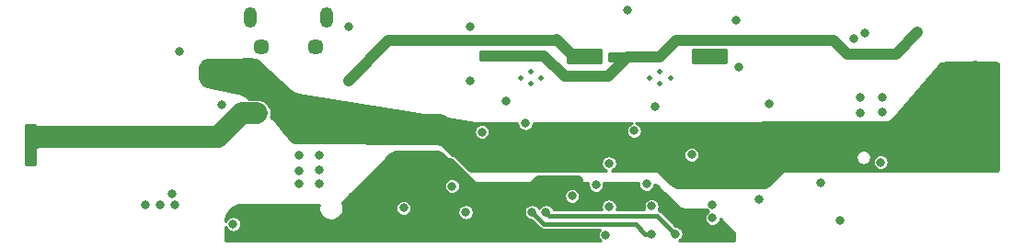
<source format=gbr>
G04 #@! TF.GenerationSoftware,KiCad,Pcbnew,(5.1.5)-3*
G04 #@! TF.CreationDate,2021-05-18T14:06:46+02:00*
G04 #@! TF.ProjectId,18650_UPS_PCB,31383635-305f-4555-9053-5f5043422e6b,rev?*
G04 #@! TF.SameCoordinates,Original*
G04 #@! TF.FileFunction,Copper,L3,Inr*
G04 #@! TF.FilePolarity,Positive*
%FSLAX46Y46*%
G04 Gerber Fmt 4.6, Leading zero omitted, Abs format (unit mm)*
G04 Created by KiCad (PCBNEW (5.1.5)-3) date 2021-05-18 14:06:46*
%MOMM*%
%LPD*%
G04 APERTURE LIST*
%ADD10O,1.200000X1.900000*%
%ADD11C,1.450000*%
%ADD12C,0.500000*%
%ADD13C,0.800000*%
%ADD14C,2.000000*%
%ADD15C,1.000000*%
%ADD16C,0.700000*%
%ADD17C,0.400000*%
%ADD18C,0.254000*%
G04 APERTURE END LIST*
D10*
X141810000Y-75447500D03*
X148810000Y-75447500D03*
D11*
X142810000Y-78147500D03*
X147810000Y-78147500D03*
D12*
X166650000Y-81000000D03*
X167600000Y-80425000D03*
X167600000Y-81575000D03*
X168550000Y-81000000D03*
X180450000Y-81000000D03*
X179500000Y-81575000D03*
X179500000Y-80425000D03*
X178550000Y-81000000D03*
D13*
X138200000Y-80200000D03*
X139800000Y-80200000D03*
X141300000Y-80200000D03*
X206610000Y-80485000D03*
X208510000Y-80485000D03*
X209510000Y-80485000D03*
X198325000Y-76925000D03*
X135300000Y-78600000D03*
X139200000Y-83500000D03*
X175400000Y-79100000D03*
X176500000Y-79100000D03*
X163300000Y-79000000D03*
X164500000Y-79000000D03*
X121500000Y-85900000D03*
X121500000Y-87100000D03*
X121500000Y-88400000D03*
X203200000Y-76825000D03*
X141000000Y-84300000D03*
X142400000Y-84300000D03*
X197912000Y-82785000D03*
X199944000Y-82785000D03*
X197910000Y-84285000D03*
X184310000Y-92685000D03*
X188600000Y-92200000D03*
X162010000Y-76285000D03*
X150810000Y-76285000D03*
X199910000Y-84185000D03*
X134600000Y-91700000D03*
X140200000Y-94500000D03*
X174800000Y-88900000D03*
X171400000Y-91900000D03*
X177100000Y-85900000D03*
X176500000Y-74810000D03*
X186500000Y-75700000D03*
X132100000Y-92700000D03*
X165300000Y-83200000D03*
X167100000Y-85200000D03*
X183100000Y-79000000D03*
X184200000Y-79000000D03*
X185200000Y-79000000D03*
X172510000Y-91885000D03*
X184110000Y-95085000D03*
X162010000Y-81285000D03*
X141600000Y-95200000D03*
X164500000Y-93800000D03*
X156500000Y-88900000D03*
X197300000Y-77400000D03*
X169100000Y-91000000D03*
X171500000Y-79000000D03*
X172500000Y-79000000D03*
X173600000Y-79000000D03*
X150810000Y-81285000D03*
X178250000Y-90800000D03*
X189500000Y-83400000D03*
X194310000Y-90685000D03*
X174800000Y-92900000D03*
X199800000Y-88800000D03*
X178706373Y-92850010D03*
X182400000Y-88100000D03*
X186700000Y-80000000D03*
X184310000Y-93935000D03*
X196060000Y-94185000D03*
X134800000Y-92700000D03*
X155900000Y-93000000D03*
X173600000Y-90900000D03*
X133500000Y-92700000D03*
X160350000Y-91000000D03*
X163100000Y-86000000D03*
X161600000Y-93400000D03*
X146310000Y-88185000D03*
X148110000Y-88185000D03*
X148110000Y-89485000D03*
X146310000Y-89585000D03*
X146310000Y-90785000D03*
X148110000Y-90785000D03*
X174500000Y-95500000D03*
X179000000Y-83700000D03*
X180900000Y-95400000D03*
X169000000Y-93400000D03*
X178700000Y-95400000D03*
X167700000Y-93400000D03*
D14*
X141865685Y-80200000D02*
X146997684Y-85331999D01*
X141300000Y-80200000D02*
X141865685Y-80200000D01*
X162031998Y-88100000D02*
X172300000Y-88100000D01*
X202228504Y-86766496D02*
X208110001Y-80884999D01*
X179300000Y-88400000D02*
X181200000Y-90300000D01*
X181200000Y-90300000D02*
X189000000Y-90300000D01*
X192533504Y-86766496D02*
X202228504Y-86766496D01*
X208110001Y-80884999D02*
X208510000Y-80485000D01*
X146997684Y-85331999D02*
X159263997Y-85331999D01*
X189000000Y-90300000D02*
X192533504Y-86766496D01*
X172300000Y-88100000D02*
X173400000Y-87000000D01*
X176900000Y-88400000D02*
X179300000Y-88400000D01*
X175500000Y-87000000D02*
X176900000Y-88400000D01*
X173400000Y-87000000D02*
X175500000Y-87000000D01*
X159263997Y-85331999D02*
X162031998Y-88100000D01*
D15*
X164500000Y-79000000D02*
X168800000Y-79000000D01*
X168800000Y-79000000D02*
X170700000Y-80900000D01*
X174700000Y-80900000D02*
X176500000Y-79100000D01*
X170700000Y-80900000D02*
X174700000Y-80900000D01*
X179500000Y-79100000D02*
X181000000Y-77600000D01*
X201225000Y-78800000D02*
X203200000Y-76825000D01*
X176500000Y-79100000D02*
X179500000Y-79100000D01*
X196700000Y-78800000D02*
X201225000Y-78800000D01*
X181000000Y-77600000D02*
X195500000Y-77600000D01*
X195500000Y-77600000D02*
X196700000Y-78800000D01*
D14*
X141000000Y-84300000D02*
X138800000Y-86500000D01*
X122100000Y-86500000D02*
X122035010Y-86564990D01*
X138800000Y-86500000D02*
X122100000Y-86500000D01*
X141000000Y-84300000D02*
X142400000Y-84300000D01*
D15*
X151200000Y-95200000D02*
X141600000Y-95200000D01*
X151800000Y-94600000D02*
X151200000Y-95200000D01*
X156500000Y-88900000D02*
X155934315Y-88900000D01*
X151800000Y-93034315D02*
X151800000Y-94600000D01*
X155934315Y-88900000D02*
X151800000Y-93034315D01*
X164500000Y-93800000D02*
X165100000Y-93800000D01*
X165100000Y-93800000D02*
X168000000Y-90900000D01*
X168000000Y-90900000D02*
X168400000Y-90500000D01*
X168400000Y-90500000D02*
X171900000Y-90500000D01*
D16*
X172510000Y-91319315D02*
X172510000Y-91885000D01*
X172510000Y-91110000D02*
X172510000Y-91319315D01*
X171900000Y-90500000D02*
X172510000Y-91110000D01*
X183085000Y-95085000D02*
X184110000Y-95085000D01*
X172909999Y-92284999D02*
X173715001Y-92284999D01*
X174100000Y-91900000D02*
X179900000Y-91900000D01*
X172510000Y-91885000D02*
X172909999Y-92284999D01*
X173715001Y-92284999D02*
X174100000Y-91900000D01*
X179900000Y-91900000D02*
X183085000Y-95085000D01*
D15*
X171500000Y-79000000D02*
X170000000Y-77500000D01*
X170000000Y-77500000D02*
X169900000Y-77600000D01*
X154495000Y-77600000D02*
X150810000Y-81285000D01*
X169900000Y-77600000D02*
X154495000Y-77600000D01*
X164500000Y-93234315D02*
X164500000Y-93800000D01*
X156500000Y-88900000D02*
X160165685Y-88900000D01*
X160165685Y-88900000D02*
X164500000Y-93234315D01*
D17*
X180900000Y-95400000D02*
X179800000Y-94300000D01*
X179800000Y-94300000D02*
X179200000Y-93700000D01*
X179200000Y-93700000D02*
X169300000Y-93700000D01*
X169300000Y-93700000D02*
X169000000Y-93400000D01*
X178134315Y-95400000D02*
X177234315Y-94500000D01*
X178700000Y-95400000D02*
X178134315Y-95400000D01*
X177234315Y-94500000D02*
X168800000Y-94500000D01*
X168800000Y-94500000D02*
X167700000Y-93400000D01*
D18*
G36*
X121973000Y-88973000D02*
G01*
X121127000Y-88973000D01*
X121127000Y-85327000D01*
X121973000Y-85327000D01*
X121973000Y-88973000D01*
G37*
X121973000Y-88973000D02*
X121127000Y-88973000D01*
X121127000Y-85327000D01*
X121973000Y-85327000D01*
X121973000Y-88973000D01*
G36*
X164973000Y-79373000D02*
G01*
X162927000Y-79373000D01*
X162927000Y-78627000D01*
X164973000Y-78627000D01*
X164973000Y-79373000D01*
G37*
X164973000Y-79373000D02*
X162927000Y-79373000D01*
X162927000Y-78627000D01*
X164973000Y-78627000D01*
X164973000Y-79373000D01*
G36*
X174073000Y-79573000D02*
G01*
X171027000Y-79573000D01*
X171027000Y-78427000D01*
X174073000Y-78427000D01*
X174073000Y-79573000D01*
G37*
X174073000Y-79573000D02*
X171027000Y-79573000D01*
X171027000Y-78427000D01*
X174073000Y-78427000D01*
X174073000Y-79573000D01*
G36*
X177073000Y-79473000D02*
G01*
X174827000Y-79473000D01*
X174827000Y-78727000D01*
X177073000Y-78727000D01*
X177073000Y-79473000D01*
G37*
X177073000Y-79473000D02*
X174827000Y-79473000D01*
X174827000Y-78727000D01*
X177073000Y-78727000D01*
X177073000Y-79473000D01*
G36*
X185573000Y-79573000D02*
G01*
X182527000Y-79573000D01*
X182527000Y-78427000D01*
X185573000Y-78427000D01*
X185573000Y-79573000D01*
G37*
X185573000Y-79573000D02*
X182527000Y-79573000D01*
X182527000Y-78427000D01*
X185573000Y-78427000D01*
X185573000Y-79573000D01*
G36*
X210073000Y-81073000D02*
G01*
X206227000Y-81073000D01*
X206227000Y-79927000D01*
X210073000Y-79927000D01*
X210073000Y-81073000D01*
G37*
X210073000Y-81073000D02*
X206227000Y-81073000D01*
X206227000Y-79927000D01*
X210073000Y-79927000D01*
X210073000Y-81073000D01*
G36*
X141873000Y-80873000D02*
G01*
X137527000Y-80873000D01*
X137527000Y-79527000D01*
X141873000Y-79527000D01*
X141873000Y-80873000D01*
G37*
X141873000Y-80873000D02*
X137527000Y-80873000D01*
X137527000Y-79527000D01*
X141873000Y-79527000D01*
X141873000Y-80873000D01*
G36*
X159055976Y-87844376D02*
G01*
X159219637Y-87894022D01*
X159370458Y-87974637D01*
X159507496Y-88087102D01*
X161817304Y-90396910D01*
X161826539Y-90405279D01*
X161978075Y-90529642D01*
X161998776Y-90543474D01*
X162171663Y-90635884D01*
X162194664Y-90645412D01*
X162382257Y-90702317D01*
X162406675Y-90707173D01*
X162601766Y-90726388D01*
X162614214Y-90727000D01*
X172893169Y-90727000D01*
X172873000Y-90828397D01*
X172873000Y-90971603D01*
X172900938Y-91112058D01*
X172955741Y-91244364D01*
X173035302Y-91363436D01*
X173136564Y-91464698D01*
X173255636Y-91544259D01*
X173387942Y-91599062D01*
X173528397Y-91627000D01*
X173671603Y-91627000D01*
X173812058Y-91599062D01*
X173944364Y-91544259D01*
X174063436Y-91464698D01*
X174164698Y-91363436D01*
X174244259Y-91244364D01*
X174299062Y-91112058D01*
X174327000Y-90971603D01*
X174327000Y-90828397D01*
X174306831Y-90727000D01*
X177523278Y-90727000D01*
X177523000Y-90728397D01*
X177523000Y-90871603D01*
X177550938Y-91012058D01*
X177605741Y-91144364D01*
X177685302Y-91263436D01*
X177786564Y-91364698D01*
X177905636Y-91444259D01*
X178037942Y-91499062D01*
X178178397Y-91527000D01*
X178321603Y-91527000D01*
X178462058Y-91499062D01*
X178594364Y-91444259D01*
X178713436Y-91364698D01*
X178814698Y-91263436D01*
X178894259Y-91144364D01*
X178949062Y-91012058D01*
X178977000Y-90871603D01*
X178977000Y-90824683D01*
X179070458Y-90874637D01*
X179207496Y-90987102D01*
X181017304Y-92796910D01*
X181026539Y-92805279D01*
X181178075Y-92929642D01*
X181198776Y-92943474D01*
X181371663Y-93035884D01*
X181394664Y-93045412D01*
X181582257Y-93102317D01*
X181606675Y-93107173D01*
X181801766Y-93126388D01*
X181814214Y-93127000D01*
X183730979Y-93127000D01*
X183745302Y-93148436D01*
X183846564Y-93249698D01*
X183936813Y-93310000D01*
X183846564Y-93370302D01*
X183745302Y-93471564D01*
X183665741Y-93590636D01*
X183610938Y-93722942D01*
X183583000Y-93863397D01*
X183583000Y-94006603D01*
X183610938Y-94147058D01*
X183665741Y-94279364D01*
X183745302Y-94398436D01*
X183846564Y-94499698D01*
X183965636Y-94579259D01*
X184097942Y-94634062D01*
X184238397Y-94662000D01*
X184381603Y-94662000D01*
X184522058Y-94634062D01*
X184654364Y-94579259D01*
X184773436Y-94499698D01*
X184874698Y-94398436D01*
X184954259Y-94279364D01*
X185009062Y-94147058D01*
X185035340Y-94014946D01*
X186098684Y-95078290D01*
X186211148Y-95215328D01*
X186291766Y-95366154D01*
X186341409Y-95529801D01*
X186358171Y-95700000D01*
X186341409Y-95870199D01*
X186292023Y-96033000D01*
X181261214Y-96033000D01*
X181363436Y-95964698D01*
X181464698Y-95863436D01*
X181544259Y-95744364D01*
X181599062Y-95612058D01*
X181627000Y-95471603D01*
X181627000Y-95328397D01*
X181599062Y-95187942D01*
X181544259Y-95055636D01*
X181464698Y-94936564D01*
X181363436Y-94835302D01*
X181244364Y-94755741D01*
X181112058Y-94700938D01*
X180971603Y-94673000D01*
X180918290Y-94673000D01*
X180190949Y-93945660D01*
X180190945Y-93945655D01*
X179590955Y-93345666D01*
X179574448Y-93325552D01*
X179494202Y-93259696D01*
X179402650Y-93210761D01*
X179350295Y-93194879D01*
X179350632Y-93194374D01*
X179405435Y-93062068D01*
X179433373Y-92921613D01*
X179433373Y-92778407D01*
X179405435Y-92637952D01*
X179350632Y-92505646D01*
X179271071Y-92386574D01*
X179169809Y-92285312D01*
X179050737Y-92205751D01*
X178918431Y-92150948D01*
X178777976Y-92123010D01*
X178634770Y-92123010D01*
X178494315Y-92150948D01*
X178362009Y-92205751D01*
X178242937Y-92285312D01*
X178141675Y-92386574D01*
X178062114Y-92505646D01*
X178007311Y-92637952D01*
X177979373Y-92778407D01*
X177979373Y-92921613D01*
X178007311Y-93062068D01*
X178053261Y-93173000D01*
X175473819Y-93173000D01*
X175499062Y-93112058D01*
X175527000Y-92971603D01*
X175527000Y-92828397D01*
X175499062Y-92687942D01*
X175444259Y-92555636D01*
X175364698Y-92436564D01*
X175263436Y-92335302D01*
X175144364Y-92255741D01*
X175012058Y-92200938D01*
X174871603Y-92173000D01*
X174728397Y-92173000D01*
X174587942Y-92200938D01*
X174455636Y-92255741D01*
X174336564Y-92335302D01*
X174235302Y-92436564D01*
X174155741Y-92555636D01*
X174100938Y-92687942D01*
X174073000Y-92828397D01*
X174073000Y-92971603D01*
X174100938Y-93112058D01*
X174126181Y-93173000D01*
X169692873Y-93173000D01*
X169644259Y-93055636D01*
X169564698Y-92936564D01*
X169463436Y-92835302D01*
X169344364Y-92755741D01*
X169212058Y-92700938D01*
X169071603Y-92673000D01*
X168928397Y-92673000D01*
X168787942Y-92700938D01*
X168655636Y-92755741D01*
X168536564Y-92835302D01*
X168435302Y-92936564D01*
X168355741Y-93055636D01*
X168350000Y-93069496D01*
X168344259Y-93055636D01*
X168264698Y-92936564D01*
X168163436Y-92835302D01*
X168044364Y-92755741D01*
X167912058Y-92700938D01*
X167771603Y-92673000D01*
X167628397Y-92673000D01*
X167487942Y-92700938D01*
X167355636Y-92755741D01*
X167236564Y-92835302D01*
X167135302Y-92936564D01*
X167055741Y-93055636D01*
X167000938Y-93187942D01*
X166973000Y-93328397D01*
X166973000Y-93471603D01*
X167000938Y-93612058D01*
X167055741Y-93744364D01*
X167135302Y-93863436D01*
X167236564Y-93964698D01*
X167355636Y-94044259D01*
X167487942Y-94099062D01*
X167628397Y-94127000D01*
X167681711Y-94127000D01*
X168409049Y-94854339D01*
X168425552Y-94874448D01*
X168505798Y-94940304D01*
X168597350Y-94989239D01*
X168696690Y-95019374D01*
X168800000Y-95029549D01*
X168825881Y-95027000D01*
X173944866Y-95027000D01*
X173935302Y-95036564D01*
X173855741Y-95155636D01*
X173800938Y-95287942D01*
X173773000Y-95428397D01*
X173773000Y-95571603D01*
X173800938Y-95712058D01*
X173855741Y-95844364D01*
X173935302Y-95963436D01*
X174004866Y-96033000D01*
X139527000Y-96033000D01*
X139527000Y-94774977D01*
X139555741Y-94844364D01*
X139635302Y-94963436D01*
X139736564Y-95064698D01*
X139855636Y-95144259D01*
X139987942Y-95199062D01*
X140128397Y-95227000D01*
X140271603Y-95227000D01*
X140412058Y-95199062D01*
X140544364Y-95144259D01*
X140663436Y-95064698D01*
X140764698Y-94963436D01*
X140844259Y-94844364D01*
X140899062Y-94712058D01*
X140927000Y-94571603D01*
X140927000Y-94428397D01*
X140899062Y-94287942D01*
X140844259Y-94155636D01*
X140764698Y-94036564D01*
X140663436Y-93935302D01*
X140544364Y-93855741D01*
X140412058Y-93800938D01*
X140271603Y-93773000D01*
X140128397Y-93773000D01*
X139987942Y-93800938D01*
X139855636Y-93855741D01*
X139736564Y-93935302D01*
X139635302Y-94036564D01*
X139555741Y-94155636D01*
X139527000Y-94225023D01*
X139527000Y-94020448D01*
X139544376Y-93844024D01*
X139594022Y-93680363D01*
X139674637Y-93529542D01*
X139787102Y-93392504D01*
X140192504Y-92987102D01*
X140329542Y-92874637D01*
X140480363Y-92794022D01*
X140644024Y-92744376D01*
X140820448Y-92727000D01*
X148122186Y-92727000D01*
X148083000Y-92924000D01*
X148083000Y-93146000D01*
X148126310Y-93363734D01*
X148211266Y-93568835D01*
X148334602Y-93753421D01*
X148491579Y-93910398D01*
X148676165Y-94033734D01*
X148881266Y-94118690D01*
X149099000Y-94162000D01*
X149321000Y-94162000D01*
X149538734Y-94118690D01*
X149743835Y-94033734D01*
X149928421Y-93910398D01*
X150085398Y-93753421D01*
X150208734Y-93568835D01*
X150293690Y-93363734D01*
X150337000Y-93146000D01*
X150337000Y-92928397D01*
X155173000Y-92928397D01*
X155173000Y-93071603D01*
X155200938Y-93212058D01*
X155255741Y-93344364D01*
X155335302Y-93463436D01*
X155436564Y-93564698D01*
X155555636Y-93644259D01*
X155687942Y-93699062D01*
X155828397Y-93727000D01*
X155971603Y-93727000D01*
X156112058Y-93699062D01*
X156244364Y-93644259D01*
X156363436Y-93564698D01*
X156464698Y-93463436D01*
X156544259Y-93344364D01*
X156550872Y-93328397D01*
X160873000Y-93328397D01*
X160873000Y-93471603D01*
X160900938Y-93612058D01*
X160955741Y-93744364D01*
X161035302Y-93863436D01*
X161136564Y-93964698D01*
X161255636Y-94044259D01*
X161387942Y-94099062D01*
X161528397Y-94127000D01*
X161671603Y-94127000D01*
X161812058Y-94099062D01*
X161944364Y-94044259D01*
X162063436Y-93964698D01*
X162164698Y-93863436D01*
X162244259Y-93744364D01*
X162299062Y-93612058D01*
X162327000Y-93471603D01*
X162327000Y-93328397D01*
X162299062Y-93187942D01*
X162244259Y-93055636D01*
X162164698Y-92936564D01*
X162063436Y-92835302D01*
X161944364Y-92755741D01*
X161812058Y-92700938D01*
X161671603Y-92673000D01*
X161528397Y-92673000D01*
X161387942Y-92700938D01*
X161255636Y-92755741D01*
X161136564Y-92835302D01*
X161035302Y-92936564D01*
X160955741Y-93055636D01*
X160900938Y-93187942D01*
X160873000Y-93328397D01*
X156550872Y-93328397D01*
X156599062Y-93212058D01*
X156627000Y-93071603D01*
X156627000Y-92928397D01*
X156599062Y-92787942D01*
X156544259Y-92655636D01*
X156464698Y-92536564D01*
X156363436Y-92435302D01*
X156244364Y-92355741D01*
X156112058Y-92300938D01*
X155971603Y-92273000D01*
X155828397Y-92273000D01*
X155687942Y-92300938D01*
X155555636Y-92355741D01*
X155436564Y-92435302D01*
X155335302Y-92536564D01*
X155255741Y-92655636D01*
X155200938Y-92787942D01*
X155173000Y-92928397D01*
X150337000Y-92928397D01*
X150337000Y-92924000D01*
X150293690Y-92706266D01*
X150220832Y-92530372D01*
X150221925Y-92529642D01*
X150373461Y-92405279D01*
X150382696Y-92396910D01*
X150951209Y-91828397D01*
X170673000Y-91828397D01*
X170673000Y-91971603D01*
X170700938Y-92112058D01*
X170755741Y-92244364D01*
X170835302Y-92363436D01*
X170936564Y-92464698D01*
X171055636Y-92544259D01*
X171187942Y-92599062D01*
X171328397Y-92627000D01*
X171471603Y-92627000D01*
X171612058Y-92599062D01*
X171744364Y-92544259D01*
X171863436Y-92464698D01*
X171964698Y-92363436D01*
X172044259Y-92244364D01*
X172099062Y-92112058D01*
X172127000Y-91971603D01*
X172127000Y-91828397D01*
X172099062Y-91687942D01*
X172044259Y-91555636D01*
X171964698Y-91436564D01*
X171863436Y-91335302D01*
X171744364Y-91255741D01*
X171612058Y-91200938D01*
X171471603Y-91173000D01*
X171328397Y-91173000D01*
X171187942Y-91200938D01*
X171055636Y-91255741D01*
X170936564Y-91335302D01*
X170835302Y-91436564D01*
X170755741Y-91555636D01*
X170700938Y-91687942D01*
X170673000Y-91828397D01*
X150951209Y-91828397D01*
X151851209Y-90928397D01*
X159623000Y-90928397D01*
X159623000Y-91071603D01*
X159650938Y-91212058D01*
X159705741Y-91344364D01*
X159785302Y-91463436D01*
X159886564Y-91564698D01*
X160005636Y-91644259D01*
X160137942Y-91699062D01*
X160278397Y-91727000D01*
X160421603Y-91727000D01*
X160562058Y-91699062D01*
X160694364Y-91644259D01*
X160813436Y-91564698D01*
X160914698Y-91463436D01*
X160994259Y-91344364D01*
X161049062Y-91212058D01*
X161077000Y-91071603D01*
X161077000Y-90928397D01*
X161049062Y-90787942D01*
X160994259Y-90655636D01*
X160914698Y-90536564D01*
X160813436Y-90435302D01*
X160694364Y-90355741D01*
X160562058Y-90300938D01*
X160421603Y-90273000D01*
X160278397Y-90273000D01*
X160137942Y-90300938D01*
X160005636Y-90355741D01*
X159886564Y-90435302D01*
X159785302Y-90536564D01*
X159705741Y-90655636D01*
X159650938Y-90787942D01*
X159623000Y-90928397D01*
X151851209Y-90928397D01*
X154692504Y-88087102D01*
X154829542Y-87974637D01*
X154980363Y-87894022D01*
X155144024Y-87844376D01*
X155320448Y-87827000D01*
X158879552Y-87827000D01*
X159055976Y-87844376D01*
G37*
X159055976Y-87844376D02*
X159219637Y-87894022D01*
X159370458Y-87974637D01*
X159507496Y-88087102D01*
X161817304Y-90396910D01*
X161826539Y-90405279D01*
X161978075Y-90529642D01*
X161998776Y-90543474D01*
X162171663Y-90635884D01*
X162194664Y-90645412D01*
X162382257Y-90702317D01*
X162406675Y-90707173D01*
X162601766Y-90726388D01*
X162614214Y-90727000D01*
X172893169Y-90727000D01*
X172873000Y-90828397D01*
X172873000Y-90971603D01*
X172900938Y-91112058D01*
X172955741Y-91244364D01*
X173035302Y-91363436D01*
X173136564Y-91464698D01*
X173255636Y-91544259D01*
X173387942Y-91599062D01*
X173528397Y-91627000D01*
X173671603Y-91627000D01*
X173812058Y-91599062D01*
X173944364Y-91544259D01*
X174063436Y-91464698D01*
X174164698Y-91363436D01*
X174244259Y-91244364D01*
X174299062Y-91112058D01*
X174327000Y-90971603D01*
X174327000Y-90828397D01*
X174306831Y-90727000D01*
X177523278Y-90727000D01*
X177523000Y-90728397D01*
X177523000Y-90871603D01*
X177550938Y-91012058D01*
X177605741Y-91144364D01*
X177685302Y-91263436D01*
X177786564Y-91364698D01*
X177905636Y-91444259D01*
X178037942Y-91499062D01*
X178178397Y-91527000D01*
X178321603Y-91527000D01*
X178462058Y-91499062D01*
X178594364Y-91444259D01*
X178713436Y-91364698D01*
X178814698Y-91263436D01*
X178894259Y-91144364D01*
X178949062Y-91012058D01*
X178977000Y-90871603D01*
X178977000Y-90824683D01*
X179070458Y-90874637D01*
X179207496Y-90987102D01*
X181017304Y-92796910D01*
X181026539Y-92805279D01*
X181178075Y-92929642D01*
X181198776Y-92943474D01*
X181371663Y-93035884D01*
X181394664Y-93045412D01*
X181582257Y-93102317D01*
X181606675Y-93107173D01*
X181801766Y-93126388D01*
X181814214Y-93127000D01*
X183730979Y-93127000D01*
X183745302Y-93148436D01*
X183846564Y-93249698D01*
X183936813Y-93310000D01*
X183846564Y-93370302D01*
X183745302Y-93471564D01*
X183665741Y-93590636D01*
X183610938Y-93722942D01*
X183583000Y-93863397D01*
X183583000Y-94006603D01*
X183610938Y-94147058D01*
X183665741Y-94279364D01*
X183745302Y-94398436D01*
X183846564Y-94499698D01*
X183965636Y-94579259D01*
X184097942Y-94634062D01*
X184238397Y-94662000D01*
X184381603Y-94662000D01*
X184522058Y-94634062D01*
X184654364Y-94579259D01*
X184773436Y-94499698D01*
X184874698Y-94398436D01*
X184954259Y-94279364D01*
X185009062Y-94147058D01*
X185035340Y-94014946D01*
X186098684Y-95078290D01*
X186211148Y-95215328D01*
X186291766Y-95366154D01*
X186341409Y-95529801D01*
X186358171Y-95700000D01*
X186341409Y-95870199D01*
X186292023Y-96033000D01*
X181261214Y-96033000D01*
X181363436Y-95964698D01*
X181464698Y-95863436D01*
X181544259Y-95744364D01*
X181599062Y-95612058D01*
X181627000Y-95471603D01*
X181627000Y-95328397D01*
X181599062Y-95187942D01*
X181544259Y-95055636D01*
X181464698Y-94936564D01*
X181363436Y-94835302D01*
X181244364Y-94755741D01*
X181112058Y-94700938D01*
X180971603Y-94673000D01*
X180918290Y-94673000D01*
X180190949Y-93945660D01*
X180190945Y-93945655D01*
X179590955Y-93345666D01*
X179574448Y-93325552D01*
X179494202Y-93259696D01*
X179402650Y-93210761D01*
X179350295Y-93194879D01*
X179350632Y-93194374D01*
X179405435Y-93062068D01*
X179433373Y-92921613D01*
X179433373Y-92778407D01*
X179405435Y-92637952D01*
X179350632Y-92505646D01*
X179271071Y-92386574D01*
X179169809Y-92285312D01*
X179050737Y-92205751D01*
X178918431Y-92150948D01*
X178777976Y-92123010D01*
X178634770Y-92123010D01*
X178494315Y-92150948D01*
X178362009Y-92205751D01*
X178242937Y-92285312D01*
X178141675Y-92386574D01*
X178062114Y-92505646D01*
X178007311Y-92637952D01*
X177979373Y-92778407D01*
X177979373Y-92921613D01*
X178007311Y-93062068D01*
X178053261Y-93173000D01*
X175473819Y-93173000D01*
X175499062Y-93112058D01*
X175527000Y-92971603D01*
X175527000Y-92828397D01*
X175499062Y-92687942D01*
X175444259Y-92555636D01*
X175364698Y-92436564D01*
X175263436Y-92335302D01*
X175144364Y-92255741D01*
X175012058Y-92200938D01*
X174871603Y-92173000D01*
X174728397Y-92173000D01*
X174587942Y-92200938D01*
X174455636Y-92255741D01*
X174336564Y-92335302D01*
X174235302Y-92436564D01*
X174155741Y-92555636D01*
X174100938Y-92687942D01*
X174073000Y-92828397D01*
X174073000Y-92971603D01*
X174100938Y-93112058D01*
X174126181Y-93173000D01*
X169692873Y-93173000D01*
X169644259Y-93055636D01*
X169564698Y-92936564D01*
X169463436Y-92835302D01*
X169344364Y-92755741D01*
X169212058Y-92700938D01*
X169071603Y-92673000D01*
X168928397Y-92673000D01*
X168787942Y-92700938D01*
X168655636Y-92755741D01*
X168536564Y-92835302D01*
X168435302Y-92936564D01*
X168355741Y-93055636D01*
X168350000Y-93069496D01*
X168344259Y-93055636D01*
X168264698Y-92936564D01*
X168163436Y-92835302D01*
X168044364Y-92755741D01*
X167912058Y-92700938D01*
X167771603Y-92673000D01*
X167628397Y-92673000D01*
X167487942Y-92700938D01*
X167355636Y-92755741D01*
X167236564Y-92835302D01*
X167135302Y-92936564D01*
X167055741Y-93055636D01*
X167000938Y-93187942D01*
X166973000Y-93328397D01*
X166973000Y-93471603D01*
X167000938Y-93612058D01*
X167055741Y-93744364D01*
X167135302Y-93863436D01*
X167236564Y-93964698D01*
X167355636Y-94044259D01*
X167487942Y-94099062D01*
X167628397Y-94127000D01*
X167681711Y-94127000D01*
X168409049Y-94854339D01*
X168425552Y-94874448D01*
X168505798Y-94940304D01*
X168597350Y-94989239D01*
X168696690Y-95019374D01*
X168800000Y-95029549D01*
X168825881Y-95027000D01*
X173944866Y-95027000D01*
X173935302Y-95036564D01*
X173855741Y-95155636D01*
X173800938Y-95287942D01*
X173773000Y-95428397D01*
X173773000Y-95571603D01*
X173800938Y-95712058D01*
X173855741Y-95844364D01*
X173935302Y-95963436D01*
X174004866Y-96033000D01*
X139527000Y-96033000D01*
X139527000Y-94774977D01*
X139555741Y-94844364D01*
X139635302Y-94963436D01*
X139736564Y-95064698D01*
X139855636Y-95144259D01*
X139987942Y-95199062D01*
X140128397Y-95227000D01*
X140271603Y-95227000D01*
X140412058Y-95199062D01*
X140544364Y-95144259D01*
X140663436Y-95064698D01*
X140764698Y-94963436D01*
X140844259Y-94844364D01*
X140899062Y-94712058D01*
X140927000Y-94571603D01*
X140927000Y-94428397D01*
X140899062Y-94287942D01*
X140844259Y-94155636D01*
X140764698Y-94036564D01*
X140663436Y-93935302D01*
X140544364Y-93855741D01*
X140412058Y-93800938D01*
X140271603Y-93773000D01*
X140128397Y-93773000D01*
X139987942Y-93800938D01*
X139855636Y-93855741D01*
X139736564Y-93935302D01*
X139635302Y-94036564D01*
X139555741Y-94155636D01*
X139527000Y-94225023D01*
X139527000Y-94020448D01*
X139544376Y-93844024D01*
X139594022Y-93680363D01*
X139674637Y-93529542D01*
X139787102Y-93392504D01*
X140192504Y-92987102D01*
X140329542Y-92874637D01*
X140480363Y-92794022D01*
X140644024Y-92744376D01*
X140820448Y-92727000D01*
X148122186Y-92727000D01*
X148083000Y-92924000D01*
X148083000Y-93146000D01*
X148126310Y-93363734D01*
X148211266Y-93568835D01*
X148334602Y-93753421D01*
X148491579Y-93910398D01*
X148676165Y-94033734D01*
X148881266Y-94118690D01*
X149099000Y-94162000D01*
X149321000Y-94162000D01*
X149538734Y-94118690D01*
X149743835Y-94033734D01*
X149928421Y-93910398D01*
X150085398Y-93753421D01*
X150208734Y-93568835D01*
X150293690Y-93363734D01*
X150337000Y-93146000D01*
X150337000Y-92928397D01*
X155173000Y-92928397D01*
X155173000Y-93071603D01*
X155200938Y-93212058D01*
X155255741Y-93344364D01*
X155335302Y-93463436D01*
X155436564Y-93564698D01*
X155555636Y-93644259D01*
X155687942Y-93699062D01*
X155828397Y-93727000D01*
X155971603Y-93727000D01*
X156112058Y-93699062D01*
X156244364Y-93644259D01*
X156363436Y-93564698D01*
X156464698Y-93463436D01*
X156544259Y-93344364D01*
X156550872Y-93328397D01*
X160873000Y-93328397D01*
X160873000Y-93471603D01*
X160900938Y-93612058D01*
X160955741Y-93744364D01*
X161035302Y-93863436D01*
X161136564Y-93964698D01*
X161255636Y-94044259D01*
X161387942Y-94099062D01*
X161528397Y-94127000D01*
X161671603Y-94127000D01*
X161812058Y-94099062D01*
X161944364Y-94044259D01*
X162063436Y-93964698D01*
X162164698Y-93863436D01*
X162244259Y-93744364D01*
X162299062Y-93612058D01*
X162327000Y-93471603D01*
X162327000Y-93328397D01*
X162299062Y-93187942D01*
X162244259Y-93055636D01*
X162164698Y-92936564D01*
X162063436Y-92835302D01*
X161944364Y-92755741D01*
X161812058Y-92700938D01*
X161671603Y-92673000D01*
X161528397Y-92673000D01*
X161387942Y-92700938D01*
X161255636Y-92755741D01*
X161136564Y-92835302D01*
X161035302Y-92936564D01*
X160955741Y-93055636D01*
X160900938Y-93187942D01*
X160873000Y-93328397D01*
X156550872Y-93328397D01*
X156599062Y-93212058D01*
X156627000Y-93071603D01*
X156627000Y-92928397D01*
X156599062Y-92787942D01*
X156544259Y-92655636D01*
X156464698Y-92536564D01*
X156363436Y-92435302D01*
X156244364Y-92355741D01*
X156112058Y-92300938D01*
X155971603Y-92273000D01*
X155828397Y-92273000D01*
X155687942Y-92300938D01*
X155555636Y-92355741D01*
X155436564Y-92435302D01*
X155335302Y-92536564D01*
X155255741Y-92655636D01*
X155200938Y-92787942D01*
X155173000Y-92928397D01*
X150337000Y-92928397D01*
X150337000Y-92924000D01*
X150293690Y-92706266D01*
X150220832Y-92530372D01*
X150221925Y-92529642D01*
X150373461Y-92405279D01*
X150382696Y-92396910D01*
X150951209Y-91828397D01*
X170673000Y-91828397D01*
X170673000Y-91971603D01*
X170700938Y-92112058D01*
X170755741Y-92244364D01*
X170835302Y-92363436D01*
X170936564Y-92464698D01*
X171055636Y-92544259D01*
X171187942Y-92599062D01*
X171328397Y-92627000D01*
X171471603Y-92627000D01*
X171612058Y-92599062D01*
X171744364Y-92544259D01*
X171863436Y-92464698D01*
X171964698Y-92363436D01*
X172044259Y-92244364D01*
X172099062Y-92112058D01*
X172127000Y-91971603D01*
X172127000Y-91828397D01*
X172099062Y-91687942D01*
X172044259Y-91555636D01*
X171964698Y-91436564D01*
X171863436Y-91335302D01*
X171744364Y-91255741D01*
X171612058Y-91200938D01*
X171471603Y-91173000D01*
X171328397Y-91173000D01*
X171187942Y-91200938D01*
X171055636Y-91255741D01*
X170936564Y-91335302D01*
X170835302Y-91436564D01*
X170755741Y-91555636D01*
X170700938Y-91687942D01*
X170673000Y-91828397D01*
X150951209Y-91828397D01*
X151851209Y-90928397D01*
X159623000Y-90928397D01*
X159623000Y-91071603D01*
X159650938Y-91212058D01*
X159705741Y-91344364D01*
X159785302Y-91463436D01*
X159886564Y-91564698D01*
X160005636Y-91644259D01*
X160137942Y-91699062D01*
X160278397Y-91727000D01*
X160421603Y-91727000D01*
X160562058Y-91699062D01*
X160694364Y-91644259D01*
X160813436Y-91564698D01*
X160914698Y-91463436D01*
X160994259Y-91344364D01*
X161049062Y-91212058D01*
X161077000Y-91071603D01*
X161077000Y-90928397D01*
X161049062Y-90787942D01*
X160994259Y-90655636D01*
X160914698Y-90536564D01*
X160813436Y-90435302D01*
X160694364Y-90355741D01*
X160562058Y-90300938D01*
X160421603Y-90273000D01*
X160278397Y-90273000D01*
X160137942Y-90300938D01*
X160005636Y-90355741D01*
X159886564Y-90435302D01*
X159785302Y-90536564D01*
X159705741Y-90655636D01*
X159650938Y-90787942D01*
X159623000Y-90928397D01*
X151851209Y-90928397D01*
X154692504Y-88087102D01*
X154829542Y-87974637D01*
X154980363Y-87894022D01*
X155144024Y-87844376D01*
X155320448Y-87827000D01*
X158879552Y-87827000D01*
X159055976Y-87844376D01*
G36*
X142172385Y-79342460D02*
G01*
X142327520Y-79386691D01*
X142471857Y-79458725D01*
X142605177Y-79559671D01*
X145593921Y-82292237D01*
X145603374Y-82300075D01*
X145757847Y-82416032D01*
X145778795Y-82428795D01*
X145952679Y-82512892D01*
X145975691Y-82521389D01*
X146162499Y-82570487D01*
X146174512Y-82573031D01*
X162499135Y-85212342D01*
X162509404Y-85213576D01*
X162671640Y-85226391D01*
X162681975Y-85226785D01*
X166373000Y-85217072D01*
X166373000Y-85271603D01*
X166400938Y-85412058D01*
X166455741Y-85544364D01*
X166535302Y-85663436D01*
X166636564Y-85764698D01*
X166755636Y-85844259D01*
X166887942Y-85899062D01*
X167028397Y-85927000D01*
X167171603Y-85927000D01*
X167312058Y-85899062D01*
X167444364Y-85844259D01*
X167563436Y-85764698D01*
X167664698Y-85663436D01*
X167744259Y-85544364D01*
X167799062Y-85412058D01*
X167827000Y-85271603D01*
X167827000Y-85213246D01*
X176946720Y-85189246D01*
X176887942Y-85200938D01*
X176755636Y-85255741D01*
X176636564Y-85335302D01*
X176535302Y-85436564D01*
X176455741Y-85555636D01*
X176400938Y-85687942D01*
X176373000Y-85828397D01*
X176373000Y-85971603D01*
X176400938Y-86112058D01*
X176455741Y-86244364D01*
X176535302Y-86363436D01*
X176636564Y-86464698D01*
X176755636Y-86544259D01*
X176887942Y-86599062D01*
X177028397Y-86627000D01*
X177171603Y-86627000D01*
X177312058Y-86599062D01*
X177444364Y-86544259D01*
X177563436Y-86464698D01*
X177664698Y-86363436D01*
X177744259Y-86244364D01*
X177799062Y-86112058D01*
X177827000Y-85971603D01*
X177827000Y-85828397D01*
X177799062Y-85687942D01*
X177744259Y-85555636D01*
X177664698Y-85436564D01*
X177563436Y-85335302D01*
X177444364Y-85255741D01*
X177312058Y-85200938D01*
X177249277Y-85188450D01*
X200141086Y-85128209D01*
X200154727Y-85127438D01*
X200368267Y-85103797D01*
X200394907Y-85097898D01*
X200598468Y-85029190D01*
X200623233Y-85017738D01*
X200807421Y-84907135D01*
X200829169Y-84890657D01*
X200985480Y-84743264D01*
X200994901Y-84733370D01*
X205092702Y-79938072D01*
X205234526Y-79804428D01*
X205395774Y-79707817D01*
X205573966Y-79647998D01*
X205767708Y-79627000D01*
X210393766Y-79627000D01*
X210570189Y-79644376D01*
X210658001Y-79671013D01*
X210658000Y-89528987D01*
X210570189Y-89555624D01*
X210393766Y-89573000D01*
X175074977Y-89573000D01*
X175144364Y-89544259D01*
X175263436Y-89464698D01*
X175364698Y-89363436D01*
X175444259Y-89244364D01*
X175499062Y-89112058D01*
X175527000Y-88971603D01*
X175527000Y-88828397D01*
X175499062Y-88687942D01*
X175444259Y-88555636D01*
X175364698Y-88436564D01*
X175263436Y-88335302D01*
X175144364Y-88255741D01*
X175012058Y-88200938D01*
X174871603Y-88173000D01*
X174728397Y-88173000D01*
X174587942Y-88200938D01*
X174455636Y-88255741D01*
X174336564Y-88335302D01*
X174235302Y-88436564D01*
X174155741Y-88555636D01*
X174100938Y-88687942D01*
X174073000Y-88828397D01*
X174073000Y-88971603D01*
X174100938Y-89112058D01*
X174155741Y-89244364D01*
X174235302Y-89363436D01*
X174336564Y-89464698D01*
X174455636Y-89544259D01*
X174525023Y-89573000D01*
X162308862Y-89573000D01*
X162136769Y-89556476D01*
X161976831Y-89509240D01*
X161909590Y-89474352D01*
X160779190Y-88343952D01*
X160753291Y-88312394D01*
X160627364Y-88209048D01*
X160483695Y-88132255D01*
X160438529Y-88118554D01*
X160344766Y-88028397D01*
X181673000Y-88028397D01*
X181673000Y-88171603D01*
X181700938Y-88312058D01*
X181755741Y-88444364D01*
X181835302Y-88563436D01*
X181936564Y-88664698D01*
X182055636Y-88744259D01*
X182187942Y-88799062D01*
X182328397Y-88827000D01*
X182471603Y-88827000D01*
X182612058Y-88799062D01*
X182744364Y-88744259D01*
X182863436Y-88664698D01*
X182964698Y-88563436D01*
X183044259Y-88444364D01*
X183099062Y-88312058D01*
X183106959Y-88272356D01*
X197514497Y-88272356D01*
X197514497Y-88410638D01*
X197541474Y-88546263D01*
X197594392Y-88674019D01*
X197671218Y-88788996D01*
X197768998Y-88886776D01*
X197883975Y-88963602D01*
X198011731Y-89016520D01*
X198147356Y-89043497D01*
X198285638Y-89043497D01*
X198421263Y-89016520D01*
X198549019Y-88963602D01*
X198663996Y-88886776D01*
X198761776Y-88788996D01*
X198802267Y-88728397D01*
X199073000Y-88728397D01*
X199073000Y-88871603D01*
X199100938Y-89012058D01*
X199155741Y-89144364D01*
X199235302Y-89263436D01*
X199336564Y-89364698D01*
X199455636Y-89444259D01*
X199587942Y-89499062D01*
X199728397Y-89527000D01*
X199871603Y-89527000D01*
X200012058Y-89499062D01*
X200144364Y-89444259D01*
X200263436Y-89364698D01*
X200364698Y-89263436D01*
X200444259Y-89144364D01*
X200499062Y-89012058D01*
X200527000Y-88871603D01*
X200527000Y-88728397D01*
X200499062Y-88587942D01*
X200444259Y-88455636D01*
X200364698Y-88336564D01*
X200263436Y-88235302D01*
X200144364Y-88155741D01*
X200012058Y-88100938D01*
X199871603Y-88073000D01*
X199728397Y-88073000D01*
X199587942Y-88100938D01*
X199455636Y-88155741D01*
X199336564Y-88235302D01*
X199235302Y-88336564D01*
X199155741Y-88455636D01*
X199100938Y-88587942D01*
X199073000Y-88728397D01*
X198802267Y-88728397D01*
X198838602Y-88674019D01*
X198891520Y-88546263D01*
X198918497Y-88410638D01*
X198918497Y-88272356D01*
X198891520Y-88136731D01*
X198838602Y-88008975D01*
X198761776Y-87893998D01*
X198663996Y-87796218D01*
X198549019Y-87719392D01*
X198421263Y-87666474D01*
X198285638Y-87639497D01*
X198147356Y-87639497D01*
X198011731Y-87666474D01*
X197883975Y-87719392D01*
X197768998Y-87796218D01*
X197671218Y-87893998D01*
X197594392Y-88008975D01*
X197541474Y-88136731D01*
X197514497Y-88272356D01*
X183106959Y-88272356D01*
X183127000Y-88171603D01*
X183127000Y-88028397D01*
X183099062Y-87887942D01*
X183044259Y-87755636D01*
X182964698Y-87636564D01*
X182863436Y-87535302D01*
X182744364Y-87455741D01*
X182612058Y-87400938D01*
X182471603Y-87373000D01*
X182328397Y-87373000D01*
X182187942Y-87400938D01*
X182055636Y-87455741D01*
X181936564Y-87535302D01*
X181835302Y-87636564D01*
X181755741Y-87755636D01*
X181700938Y-87887942D01*
X181673000Y-88028397D01*
X160344766Y-88028397D01*
X159675306Y-87384685D01*
X159666244Y-87376763D01*
X159517951Y-87259041D01*
X159497787Y-87245940D01*
X159329962Y-87158279D01*
X159307690Y-87149214D01*
X159126351Y-87094757D01*
X159102770Y-87090053D01*
X158914417Y-87070753D01*
X158902398Y-87070094D01*
X146077299Y-86976480D01*
X145880626Y-86953360D01*
X145700316Y-86890295D01*
X145538056Y-86789489D01*
X145396625Y-86650873D01*
X144805509Y-85928397D01*
X162373000Y-85928397D01*
X162373000Y-86071603D01*
X162400938Y-86212058D01*
X162455741Y-86344364D01*
X162535302Y-86463436D01*
X162636564Y-86564698D01*
X162755636Y-86644259D01*
X162887942Y-86699062D01*
X163028397Y-86727000D01*
X163171603Y-86727000D01*
X163312058Y-86699062D01*
X163444364Y-86644259D01*
X163563436Y-86564698D01*
X163664698Y-86463436D01*
X163744259Y-86344364D01*
X163799062Y-86212058D01*
X163827000Y-86071603D01*
X163827000Y-85928397D01*
X163799062Y-85787942D01*
X163744259Y-85655636D01*
X163664698Y-85536564D01*
X163563436Y-85435302D01*
X163444364Y-85355741D01*
X163312058Y-85300938D01*
X163171603Y-85273000D01*
X163028397Y-85273000D01*
X162887942Y-85300938D01*
X162755636Y-85355741D01*
X162636564Y-85435302D01*
X162535302Y-85536564D01*
X162455741Y-85655636D01*
X162400938Y-85787942D01*
X162373000Y-85928397D01*
X144805509Y-85928397D01*
X143956336Y-84890520D01*
X143948584Y-84881883D01*
X143820569Y-84751735D01*
X143812063Y-84743843D01*
X143684751Y-84636117D01*
X143707799Y-84560137D01*
X143733420Y-84300000D01*
X143707799Y-84039863D01*
X143631919Y-83789722D01*
X143508698Y-83559192D01*
X143342870Y-83357130D01*
X143140808Y-83191302D01*
X142910278Y-83068081D01*
X142660137Y-82992201D01*
X142465184Y-82973000D01*
X141719249Y-82973000D01*
X141464208Y-82757196D01*
X141452316Y-82748274D01*
X141257476Y-82619188D01*
X141230984Y-82605797D01*
X141011502Y-82525464D01*
X140997267Y-82521181D01*
X137803699Y-81760807D01*
X137640483Y-81705039D01*
X137496110Y-81622328D01*
X137370066Y-81513712D01*
X137266937Y-81383146D01*
X137190469Y-81235370D01*
X137143448Y-81075768D01*
X137127000Y-80904074D01*
X137127000Y-80206234D01*
X137144376Y-80029811D01*
X137194022Y-79866150D01*
X137274638Y-79715328D01*
X137383130Y-79583130D01*
X137515328Y-79474638D01*
X137666150Y-79394022D01*
X137829811Y-79344376D01*
X138006234Y-79327000D01*
X142005880Y-79327000D01*
X142172385Y-79342460D01*
G37*
X142172385Y-79342460D02*
X142327520Y-79386691D01*
X142471857Y-79458725D01*
X142605177Y-79559671D01*
X145593921Y-82292237D01*
X145603374Y-82300075D01*
X145757847Y-82416032D01*
X145778795Y-82428795D01*
X145952679Y-82512892D01*
X145975691Y-82521389D01*
X146162499Y-82570487D01*
X146174512Y-82573031D01*
X162499135Y-85212342D01*
X162509404Y-85213576D01*
X162671640Y-85226391D01*
X162681975Y-85226785D01*
X166373000Y-85217072D01*
X166373000Y-85271603D01*
X166400938Y-85412058D01*
X166455741Y-85544364D01*
X166535302Y-85663436D01*
X166636564Y-85764698D01*
X166755636Y-85844259D01*
X166887942Y-85899062D01*
X167028397Y-85927000D01*
X167171603Y-85927000D01*
X167312058Y-85899062D01*
X167444364Y-85844259D01*
X167563436Y-85764698D01*
X167664698Y-85663436D01*
X167744259Y-85544364D01*
X167799062Y-85412058D01*
X167827000Y-85271603D01*
X167827000Y-85213246D01*
X176946720Y-85189246D01*
X176887942Y-85200938D01*
X176755636Y-85255741D01*
X176636564Y-85335302D01*
X176535302Y-85436564D01*
X176455741Y-85555636D01*
X176400938Y-85687942D01*
X176373000Y-85828397D01*
X176373000Y-85971603D01*
X176400938Y-86112058D01*
X176455741Y-86244364D01*
X176535302Y-86363436D01*
X176636564Y-86464698D01*
X176755636Y-86544259D01*
X176887942Y-86599062D01*
X177028397Y-86627000D01*
X177171603Y-86627000D01*
X177312058Y-86599062D01*
X177444364Y-86544259D01*
X177563436Y-86464698D01*
X177664698Y-86363436D01*
X177744259Y-86244364D01*
X177799062Y-86112058D01*
X177827000Y-85971603D01*
X177827000Y-85828397D01*
X177799062Y-85687942D01*
X177744259Y-85555636D01*
X177664698Y-85436564D01*
X177563436Y-85335302D01*
X177444364Y-85255741D01*
X177312058Y-85200938D01*
X177249277Y-85188450D01*
X200141086Y-85128209D01*
X200154727Y-85127438D01*
X200368267Y-85103797D01*
X200394907Y-85097898D01*
X200598468Y-85029190D01*
X200623233Y-85017738D01*
X200807421Y-84907135D01*
X200829169Y-84890657D01*
X200985480Y-84743264D01*
X200994901Y-84733370D01*
X205092702Y-79938072D01*
X205234526Y-79804428D01*
X205395774Y-79707817D01*
X205573966Y-79647998D01*
X205767708Y-79627000D01*
X210393766Y-79627000D01*
X210570189Y-79644376D01*
X210658001Y-79671013D01*
X210658000Y-89528987D01*
X210570189Y-89555624D01*
X210393766Y-89573000D01*
X175074977Y-89573000D01*
X175144364Y-89544259D01*
X175263436Y-89464698D01*
X175364698Y-89363436D01*
X175444259Y-89244364D01*
X175499062Y-89112058D01*
X175527000Y-88971603D01*
X175527000Y-88828397D01*
X175499062Y-88687942D01*
X175444259Y-88555636D01*
X175364698Y-88436564D01*
X175263436Y-88335302D01*
X175144364Y-88255741D01*
X175012058Y-88200938D01*
X174871603Y-88173000D01*
X174728397Y-88173000D01*
X174587942Y-88200938D01*
X174455636Y-88255741D01*
X174336564Y-88335302D01*
X174235302Y-88436564D01*
X174155741Y-88555636D01*
X174100938Y-88687942D01*
X174073000Y-88828397D01*
X174073000Y-88971603D01*
X174100938Y-89112058D01*
X174155741Y-89244364D01*
X174235302Y-89363436D01*
X174336564Y-89464698D01*
X174455636Y-89544259D01*
X174525023Y-89573000D01*
X162308862Y-89573000D01*
X162136769Y-89556476D01*
X161976831Y-89509240D01*
X161909590Y-89474352D01*
X160779190Y-88343952D01*
X160753291Y-88312394D01*
X160627364Y-88209048D01*
X160483695Y-88132255D01*
X160438529Y-88118554D01*
X160344766Y-88028397D01*
X181673000Y-88028397D01*
X181673000Y-88171603D01*
X181700938Y-88312058D01*
X181755741Y-88444364D01*
X181835302Y-88563436D01*
X181936564Y-88664698D01*
X182055636Y-88744259D01*
X182187942Y-88799062D01*
X182328397Y-88827000D01*
X182471603Y-88827000D01*
X182612058Y-88799062D01*
X182744364Y-88744259D01*
X182863436Y-88664698D01*
X182964698Y-88563436D01*
X183044259Y-88444364D01*
X183099062Y-88312058D01*
X183106959Y-88272356D01*
X197514497Y-88272356D01*
X197514497Y-88410638D01*
X197541474Y-88546263D01*
X197594392Y-88674019D01*
X197671218Y-88788996D01*
X197768998Y-88886776D01*
X197883975Y-88963602D01*
X198011731Y-89016520D01*
X198147356Y-89043497D01*
X198285638Y-89043497D01*
X198421263Y-89016520D01*
X198549019Y-88963602D01*
X198663996Y-88886776D01*
X198761776Y-88788996D01*
X198802267Y-88728397D01*
X199073000Y-88728397D01*
X199073000Y-88871603D01*
X199100938Y-89012058D01*
X199155741Y-89144364D01*
X199235302Y-89263436D01*
X199336564Y-89364698D01*
X199455636Y-89444259D01*
X199587942Y-89499062D01*
X199728397Y-89527000D01*
X199871603Y-89527000D01*
X200012058Y-89499062D01*
X200144364Y-89444259D01*
X200263436Y-89364698D01*
X200364698Y-89263436D01*
X200444259Y-89144364D01*
X200499062Y-89012058D01*
X200527000Y-88871603D01*
X200527000Y-88728397D01*
X200499062Y-88587942D01*
X200444259Y-88455636D01*
X200364698Y-88336564D01*
X200263436Y-88235302D01*
X200144364Y-88155741D01*
X200012058Y-88100938D01*
X199871603Y-88073000D01*
X199728397Y-88073000D01*
X199587942Y-88100938D01*
X199455636Y-88155741D01*
X199336564Y-88235302D01*
X199235302Y-88336564D01*
X199155741Y-88455636D01*
X199100938Y-88587942D01*
X199073000Y-88728397D01*
X198802267Y-88728397D01*
X198838602Y-88674019D01*
X198891520Y-88546263D01*
X198918497Y-88410638D01*
X198918497Y-88272356D01*
X198891520Y-88136731D01*
X198838602Y-88008975D01*
X198761776Y-87893998D01*
X198663996Y-87796218D01*
X198549019Y-87719392D01*
X198421263Y-87666474D01*
X198285638Y-87639497D01*
X198147356Y-87639497D01*
X198011731Y-87666474D01*
X197883975Y-87719392D01*
X197768998Y-87796218D01*
X197671218Y-87893998D01*
X197594392Y-88008975D01*
X197541474Y-88136731D01*
X197514497Y-88272356D01*
X183106959Y-88272356D01*
X183127000Y-88171603D01*
X183127000Y-88028397D01*
X183099062Y-87887942D01*
X183044259Y-87755636D01*
X182964698Y-87636564D01*
X182863436Y-87535302D01*
X182744364Y-87455741D01*
X182612058Y-87400938D01*
X182471603Y-87373000D01*
X182328397Y-87373000D01*
X182187942Y-87400938D01*
X182055636Y-87455741D01*
X181936564Y-87535302D01*
X181835302Y-87636564D01*
X181755741Y-87755636D01*
X181700938Y-87887942D01*
X181673000Y-88028397D01*
X160344766Y-88028397D01*
X159675306Y-87384685D01*
X159666244Y-87376763D01*
X159517951Y-87259041D01*
X159497787Y-87245940D01*
X159329962Y-87158279D01*
X159307690Y-87149214D01*
X159126351Y-87094757D01*
X159102770Y-87090053D01*
X158914417Y-87070753D01*
X158902398Y-87070094D01*
X146077299Y-86976480D01*
X145880626Y-86953360D01*
X145700316Y-86890295D01*
X145538056Y-86789489D01*
X145396625Y-86650873D01*
X144805509Y-85928397D01*
X162373000Y-85928397D01*
X162373000Y-86071603D01*
X162400938Y-86212058D01*
X162455741Y-86344364D01*
X162535302Y-86463436D01*
X162636564Y-86564698D01*
X162755636Y-86644259D01*
X162887942Y-86699062D01*
X163028397Y-86727000D01*
X163171603Y-86727000D01*
X163312058Y-86699062D01*
X163444364Y-86644259D01*
X163563436Y-86564698D01*
X163664698Y-86463436D01*
X163744259Y-86344364D01*
X163799062Y-86212058D01*
X163827000Y-86071603D01*
X163827000Y-85928397D01*
X163799062Y-85787942D01*
X163744259Y-85655636D01*
X163664698Y-85536564D01*
X163563436Y-85435302D01*
X163444364Y-85355741D01*
X163312058Y-85300938D01*
X163171603Y-85273000D01*
X163028397Y-85273000D01*
X162887942Y-85300938D01*
X162755636Y-85355741D01*
X162636564Y-85435302D01*
X162535302Y-85536564D01*
X162455741Y-85655636D01*
X162400938Y-85787942D01*
X162373000Y-85928397D01*
X144805509Y-85928397D01*
X143956336Y-84890520D01*
X143948584Y-84881883D01*
X143820569Y-84751735D01*
X143812063Y-84743843D01*
X143684751Y-84636117D01*
X143707799Y-84560137D01*
X143733420Y-84300000D01*
X143707799Y-84039863D01*
X143631919Y-83789722D01*
X143508698Y-83559192D01*
X143342870Y-83357130D01*
X143140808Y-83191302D01*
X142910278Y-83068081D01*
X142660137Y-82992201D01*
X142465184Y-82973000D01*
X141719249Y-82973000D01*
X141464208Y-82757196D01*
X141452316Y-82748274D01*
X141257476Y-82619188D01*
X141230984Y-82605797D01*
X141011502Y-82525464D01*
X140997267Y-82521181D01*
X137803699Y-81760807D01*
X137640483Y-81705039D01*
X137496110Y-81622328D01*
X137370066Y-81513712D01*
X137266937Y-81383146D01*
X137190469Y-81235370D01*
X137143448Y-81075768D01*
X137127000Y-80904074D01*
X137127000Y-80206234D01*
X137144376Y-80029811D01*
X137194022Y-79866150D01*
X137274638Y-79715328D01*
X137383130Y-79583130D01*
X137515328Y-79474638D01*
X137666150Y-79394022D01*
X137829811Y-79344376D01*
X138006234Y-79327000D01*
X142005880Y-79327000D01*
X142172385Y-79342460D01*
M02*

</source>
